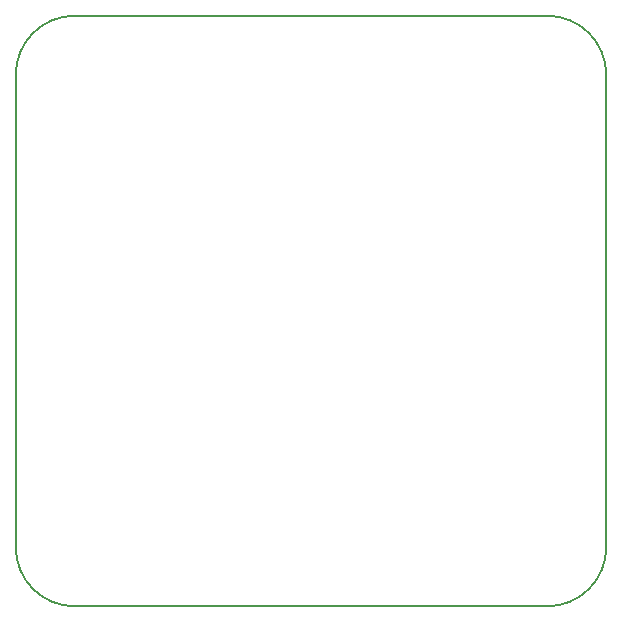
<source format=gko>
G04 #@! TF.FileFunction,Profile,NP*
%FSLAX46Y46*%
G04 Gerber Fmt 4.6, Leading zero omitted, Abs format (unit mm)*
G04 Created by KiCad (PCBNEW (2015-11-24 BZR 6329)-product) date Sat 24 Sep 2016 10:27:19 AM EDT*
%MOMM*%
G01*
G04 APERTURE LIST*
%ADD10C,0.100000*%
%ADD11C,0.150000*%
G04 APERTURE END LIST*
D10*
D11*
X160000000Y-120000000D02*
X160000000Y-80000000D01*
X205000000Y-125000000D02*
X165000000Y-125000000D01*
X210000000Y-80000000D02*
X210000000Y-120000000D01*
X205000000Y-75000000D02*
X165000000Y-75000000D01*
X210000000Y-80000000D02*
G75*
G03X205000000Y-75000000I-5000000J0D01*
G01*
X165000000Y-75000000D02*
G75*
G03X160000000Y-80000000I0J-5000000D01*
G01*
X160000000Y-120000000D02*
G75*
G03X165000000Y-125000000I5000000J0D01*
G01*
X205000000Y-125000000D02*
G75*
G03X210000000Y-120000000I0J5000000D01*
G01*
M02*

</source>
